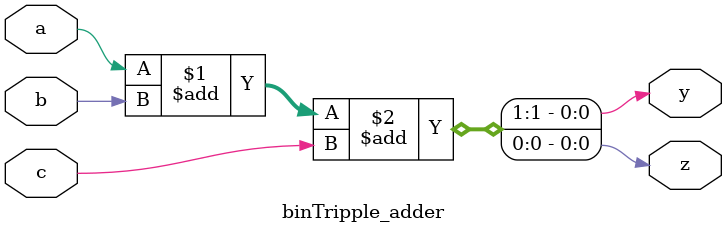
<source format=v>
module binTripple_adder(a,b,c, y,z);
	input a, b, c;
	output y, z;
	assign {y,z} = a+b+c;
endmodule
	
</source>
